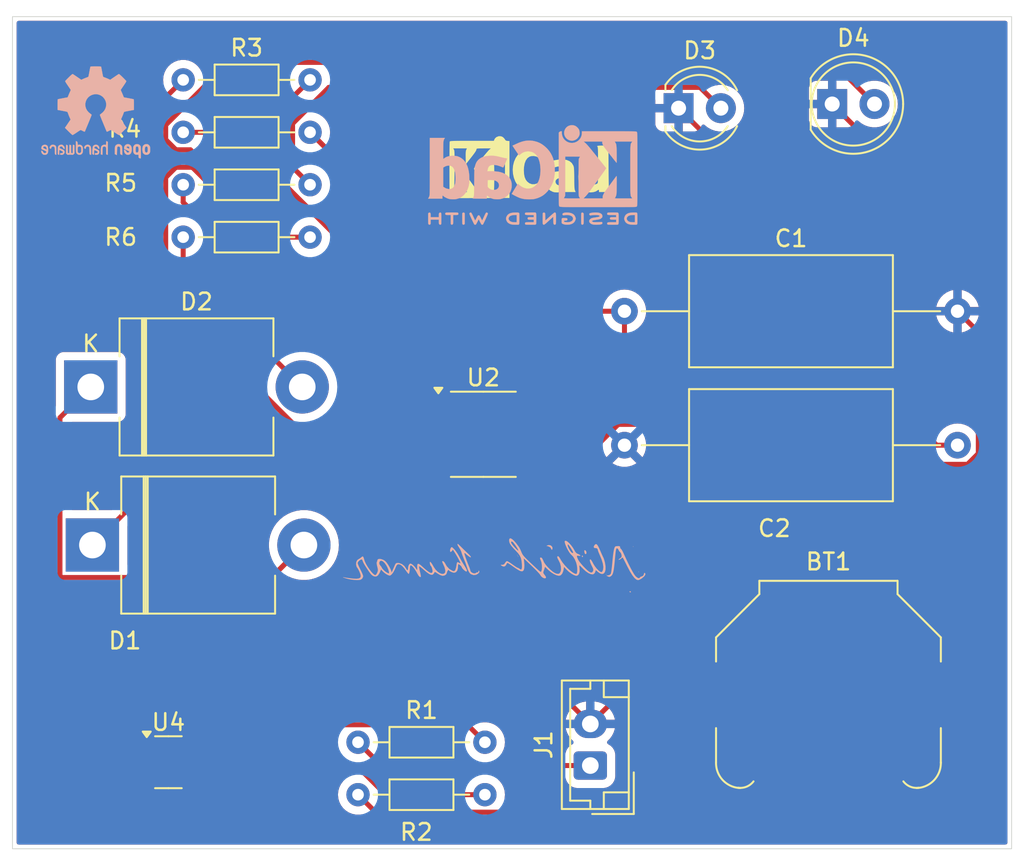
<source format=kicad_pcb>
(kicad_pcb (version 20240108) (generator "pcbnew") (generator_version "8.0")
  (title_block (title "Sample TSAL") (date "2024-07-10") (rev "V1"))
  (layers (0 "F.Cu" signal) (31 "B.Cu" signal) (34 "B.Paste" user) (35 "F.Paste" user) (36 "B.SilkS" user "B.Silkscreen") (37 "F.SilkS" user "F.Silkscreen") (38 "B.Mask" user) (39 "F.Mask" user) (44 "Edge.Cuts" user))
  (net 0 "")
  (net 1 "GND")
  (net 2 "Net-(U2-THR)")
  (net 3 "Net-(U2-CV)")
  (net 4 "Net-(D1-K)")
  (net 5 "Net-(D1-A)")
  (net 6 "Net-(D2-A)")
  (net 7 "Net-(D3-A)")
  (net 8 "Net-(D4-A)")
  (net 9 "Net-(J1-Pin_1)")
  (net 10 "Net-(U4--)")
  (net 11 "Net-(U4-+)")
  (net 12 "Net-(U2-DIS)")
  (net 13 "Net-(U2-Q)")
  (net 14 "+12V")
  (net 15 "Net-(BT1-+)")
  (footprint "LED_THT:LED_D5.0mm" (layer "F.Cu") (at 173.725 92.75)
    (property "Reference" "D4" (at 1.27 -3.96 0) (layer "F.SilkS"))
    (property "Value" "LED")
    (pad "1" thru_hole rect (at 0 0) (size 1.8 1.8) (drill 0.9) (layers "*.Cu" "*.Mask") (net 1 "GND"))
    (pad "2" thru_hole circle (at 2.54 0) (size 1.8 1.8) (drill 0.9) (layers "*.Cu" "*.Mask") (net 8 "Net-(D4-A)"))
  )
  (footprint "Resistor_THT:R_Axial_DIN0204_L3.6mm_D1.6mm_P7.62mm_Horizontal" (layer "F.Cu") (at 134.75 97.6)
    (property "Reference" "R5" (at -3.75 -0.1 0) (layer "F.SilkS"))
    (property "Value" "R")
    (pad "1" thru_hole circle (at 0 0) (size 1.4 1.4) (drill 0.7) (layers "*.Cu" "*.Mask") (net 13 "Net-(U2-Q)"))
    (pad "2" thru_hole oval (at 7.62 0) (size 1.4 1.4) (drill 0.7) (layers "*.Cu" "*.Mask") (net 7 "Net-(D3-A)"))
  )
  (footprint "LED_THT:LED_D4.0mm" (layer "F.Cu") (at 164.5 93)
    (property "Reference" "D3" (at 1.27 -3.46 0) (layer "F.SilkS"))
    (property "Value" "LED")
    (pad "1" thru_hole rect (at 0 0) (size 1.8 1.8) (drill 0.9) (layers "*.Cu" "*.Mask") (net 1 "GND"))
    (pad "2" thru_hole circle (at 2.54 0) (size 1.8 1.8) (drill 0.9) (layers "*.Cu" "*.Mask") (net 7 "Net-(D3-A)"))
  )
  (footprint "Package_TO_SOT_SMD:SOT-23-5" (layer "F.Cu") (at 133.8625 132.3)
    (property "Reference" "U4" (at 0 -2.4 0) (layer "F.SilkS"))
    (property "Value" "LM397")
    (pad "1" smd roundrect (at -1.1375 -0.95) (size 1.325 0.6) (layers "F.Cu" "F.Paste" "F.Mask") (net 10 "Net-(U4--)"))
    (pad "2" smd roundrect (at -1.1375 0) (size 1.325 0.6) (layers "F.Cu" "F.Paste" "F.Mask") (net 14 "+12V"))
    (pad "3" smd roundrect (at -1.1375 0.95) (size 1.325 0.6) (layers "F.Cu" "F.Paste" "F.Mask") (net 11 "Net-(U4-+)"))
    (pad "4" smd roundrect (at 1.1375 0.95) (size 1.325 0.6) (layers "F.Cu" "F.Paste" "F.Mask") (net 5 "Net-(D1-A)"))
    (pad "5" smd roundrect (at 1.1375 -0.95) (size 1.325 0.6) (layers "F.Cu" "F.Paste" "F.Mask") (net 14 "+12V"))
  )
  (footprint "Connector_JST:JST_EH_B2B-EH-A_1x02_P2.50mm_Vertical" (layer "F.Cu") (at 159.2 132.5 90)
    (property "Reference" "J1" (at 1.25 -2.8 90) (layer "F.SilkS"))
    (property "Value" "Conn_01x02_Socket")
    (pad "1" thru_hole roundrect (at 0 0 90) (size 1.7 2) (drill 1) (layers "*.Cu" "*.Mask") (roundrect_rratio 0.147059) (net 9 "Net-(J1-Pin_1)"))
    (pad "2" thru_hole oval (at 2.5 0 90) (size 1.7 2) (drill 1) (layers "*.Cu" "*.Mask") (net 1 "GND"))
  )
  (footprint "Resistor_THT:R_Axial_DIN0204_L3.6mm_D1.6mm_P7.62mm_Horizontal" (layer "F.Cu") (at 145.25 131.1)
    (property "Reference" "R1" (at 3.81 -1.92 0) (layer "F.SilkS"))
    (property "Value" "R")
    (pad "1" thru_hole circle (at 0 0) (size 1.4 1.4) (drill 0.7) (layers "*.Cu" "*.Mask") (net 9 "Net-(J1-Pin_1)"))
    (pad "2" thru_hole oval (at 7.62 0) (size 1.4 1.4) (drill 0.7) (layers "*.Cu" "*.Mask") (net 10 "Net-(U4--)"))
  )
  (footprint "Battery:BatteryHolder_Keystone_3000_1x12mm" (layer "F.Cu") (at 173.5 128.25)
    (property "Reference" "BT1" (at 0 -8 0) (layer "F.SilkS"))
    (property "Value" "Battery_Cell")
    (pad "1" smd rect (at -7.9 0) (size 3.5 3.3) (layers "F.Cu" "F.Paste" "F.Mask") (net 15 "Net-(BT1-+)"))
    (pad "1" smd rect (at 7.9 0) (size 3.5 3.3) (layers "F.Cu" "F.Paste" "F.Mask") (net 15 "Net-(BT1-+)"))
    (pad "2" smd circle (at 0 0) (size 10.2 10.2) (layers "F.Cu" "F.Mask") (net 1 "GND"))
  )
  (footprint "Capacitor_THT:C_Axial_L12.0mm_D6.5mm_P20.00mm_Horizontal" (layer "F.Cu") (at 161.25 113.25)
    (property "Reference" "C2" (at 9 5 0) (layer "F.SilkS"))
    (property "Value" "C")
    (pad "1" thru_hole circle (at 0 0) (size 1.6 1.6) (drill 0.8) (layers "*.Cu" "*.Mask") (net 1 "GND"))
    (pad "2" thru_hole oval (at 20 0) (size 1.6 1.6) (drill 0.8) (layers "*.Cu" "*.Mask") (net 3 "Net-(U2-CV)"))
  )
  (footprint "Resistor_THT:R_Axial_DIN0204_L3.6mm_D1.6mm_P7.62mm_Horizontal" (layer "F.Cu") (at 145.25 134.25)
    (property "Reference" "R2" (at 3.5 2.25 0) (layer "F.SilkS"))
    (property "Value" "R")
    (pad "1" thru_hole circle (at 0 0) (size 1.4 1.4) (drill 0.7) (layers "*.Cu" "*.Mask") (net 15 "Net-(BT1-+)"))
    (pad "2" thru_hole oval (at 7.62 0) (size 1.4 1.4) (drill 0.7) (layers "*.Cu" "*.Mask") (net 11 "Net-(U4-+)"))
  )
  (footprint "Resistor_THT:R_Axial_DIN0204_L3.6mm_D1.6mm_P7.62mm_Horizontal" (layer "F.Cu") (at 134.75 94.45)
    (property "Reference" "R4" (at -3.5 -0.2 0) (layer "F.SilkS"))
    (property "Value" "R")
    (pad "1" thru_hole circle (at 0 0) (size 1.4 1.4) (drill 0.7) (layers "*.Cu" "*.Mask") (net 12 "Net-(U2-DIS)"))
    (pad "2" thru_hole oval (at 7.62 0) (size 1.4 1.4) (drill 0.7) (layers "*.Cu" "*.Mask") (net 2 "Net-(U2-THR)"))
  )
  (footprint "Package_SO:SOIC-8_3.9x4.9mm_P1.27mm" (layer "F.Cu") (at 152.775 112.595)
    (property "Reference" "U2" (at 0 -3.4 0) (layer "F.SilkS"))
    (property "Value" "ICM7555xB")
    (pad "1" smd roundrect (at -2.475 -1.905) (size 1.95 0.6) (layers "F.Cu" "F.Paste" "F.Mask") (net 1 "GND"))
    (pad "2" smd roundrect (at -2.475 -0.635) (size 1.95 0.6) (layers "F.Cu" "F.Paste" "F.Mask") (net 2 "Net-(U2-THR)"))
    (pad "3" smd roundrect (at -2.475 0.635) (size 1.95 0.6) (layers "F.Cu" "F.Paste" "F.Mask") (net 13 "Net-(U2-Q)"))
    (pad "4" smd roundrect (at -2.475 1.905) (size 1.95 0.6) (layers "F.Cu" "F.Paste" "F.Mask") (net 4 "Net-(D1-K)"))
    (pad "5" smd roundrect (at 2.475 1.905) (size 1.95 0.6) (layers "F.Cu" "F.Paste" "F.Mask") (net 3 "Net-(U2-CV)"))
    (pad "6" smd roundrect (at 2.475 0.635) (size 1.95 0.6) (layers "F.Cu" "F.Paste" "F.Mask") (net 2 "Net-(U2-THR)"))
    (pad "7" smd roundrect (at 2.475 -0.635) (size 1.95 0.6) (layers "F.Cu" "F.Paste" "F.Mask") (net 12 "Net-(U2-DIS)"))
    (pad "8" smd roundrect (at 2.475 -1.905) (size 1.95 0.6) (layers "F.Cu" "F.Paste" "F.Mask") (net 4 "Net-(D1-K)"))
  )
  (footprint "LOGO" (layer "F.Cu") (at 155.5 96.5)
    (property "Reference" "G***" (hide yes))
    (property "Value" "LOGO" (hide yes))
  )
  (footprint "Resistor_THT:R_Axial_DIN0204_L3.6mm_D1.6mm_P7.62mm_Horizontal" (layer "F.Cu") (at 134.75 91.3)
    (property "Reference" "R3" (at 3.81 -1.92 0) (layer "F.SilkS"))
    (property "Value" "R")
    (pad "1" thru_hole circle (at 0 0) (size 1.4 1.4) (drill 0.7) (layers "*.Cu" "*.Mask") (net 4 "Net-(D1-K)"))
    (pad "2" thru_hole oval (at 7.62 0) (size 1.4 1.4) (drill 0.7) (layers "*.Cu" "*.Mask") (net 12 "Net-(U2-DIS)"))
  )
  (footprint "Capacitor_THT:C_Axial_L12.0mm_D6.5mm_P20.00mm_Horizontal" (layer "F.Cu") (at 161.25 105.2)
    (property "Reference" "C1" (at 10 -4.37 0) (layer "F.SilkS"))
    (property "Value" "C")
    (pad "1" thru_hole circle (at 0 0) (size 1.6 1.6) (drill 0.8) (layers "*.Cu" "*.Mask") (net 2 "Net-(U2-THR)"))
    (pad "2" thru_hole oval (at 20 0) (size 1.6 1.6) (drill 0.8) (layers "*.Cu" "*.Mask") (net 1 "GND"))
  )
  (footprint "Diode_THT:D_5KPW_P12.70mm_Horizontal" (layer "F.Cu") (at 129.3 119.25)
    (property "Reference" "D1" (at 1.95 5.75 0) (layer "F.SilkS"))
    (property "Value" "D")
    (fp_text user "K" (at 0 -2.6 0) (layer "F.SilkS"))
    (pad "1" thru_hole rect (at 0 0) (size 3.2 3.2) (drill 1.6) (layers "*.Cu" "*.Mask") (net 4 "Net-(D1-K)"))
    (pad "2" thru_hole oval (at 12.7 0) (size 3.2 3.2) (drill 1.6) (layers "*.Cu" "*.Mask") (net 5 "Net-(D1-A)"))
  )
  (footprint "Resistor_THT:R_Axial_DIN0204_L3.6mm_D1.6mm_P7.62mm_Horizontal" (layer "F.Cu") (at 134.75 100.75)
    (property "Reference" "R6" (at -3.75 0 0) (layer "F.SilkS"))
    (property "Value" "R")
    (pad "1" thru_hole circle (at 0 0) (size 1.4 1.4) (drill 0.7) (layers "*.Cu" "*.Mask") (net 6 "Net-(D2-A)"))
    (pad "2" thru_hole oval (at 7.62 0) (size 1.4 1.4) (drill 0.7) (layers "*.Cu" "*.Mask") (net 8 "Net-(D4-A)"))
  )
  (footprint "Diode_THT:D_5KPW_P12.70mm_Horizontal" (layer "F.Cu") (at 129.2 109.75)
    (property "Reference" "D2" (at 6.35 -5.12 0) (layer "F.SilkS"))
    (property "Value" "D")
    (fp_text user "K" (at 0 -2.6 0) (layer "F.SilkS"))
    (pad "1" thru_hole rect (at 0 0) (size 3.2 3.2) (drill 1.6) (layers "*.Cu" "*.Mask") (net 5 "Net-(D1-A)"))
    (pad "2" thru_hole oval (at 12.7 0) (size 3.2 3.2) (drill 1.6) (layers "*.Cu" "*.Mask") (net 6 "Net-(D2-A)"))
  )
  (footprint "Symbol:KiCad-Logo2_5mm_SilkScreen" (layer "B.Cu") (at 155.75 97 180)
    (property "Reference" "REF**" (hide yes))
    (property "Value" "KiCad-Logo2_5mm_SilkScreen" (hide yes))
  )
  (footprint "LOGO" (layer "B.Cu") (at 153.25 120.25 180)
    (property "Reference" "G***" (hide yes))
    (property "Value" "LOGO" (hide yes))
  )
  (footprint "Symbol:OSHW-Logo2_7.3x6mm_SilkScreen" (layer "B.Cu") (at 129.5 93.25 180)
    (property "Reference" "REF**" (hide yes))
    (property "Value" "OSHW-Logo2_7.3x6mm_SilkScreen" (hide yes))
  )
  (gr_rect (start 124.5 87.5) (end 184.5 137.5) (stroke (width 0.05)) (fill none) (layer "Edge.Cuts"))
  (segment (start 171.5 126.25) (end 173.5 128.25) (width 0.3) (layer "F.Cu") (net 1))
  (segment (start 159.2 130) (end 159.2 115.3) (width 0.3) (layer "F.Cu") (net 1))
  (segment (start 153.925 124.725) (end 153.925 113.675) (width 0.3) (layer "F.Cu") (net 1))
  (segment (start 176.7 105.2) (end 164.5 93) (width 0.3) (layer "F.Cu") (net 1))
  (segment (start 162.95 126.25) (end 171.5 126.25) (width 0.3) (layer "F.Cu") (net 1))
  (segment (start 181.25 105.2) (end 176.7 105.2) (width 0.3) (layer "F.Cu") (net 1))
  (segment (start 159.2 130) (end 153.925 124.725) (width 0.3) (layer "F.Cu") (net 1))
  (segment (start 181.25 105.2) (end 181.25 100.275) (width 0.3) (layer "F.Cu") (net 1))
  (segment (start 159.2 130) (end 162.95 126.25) (width 0.3) (layer "F.Cu") (net 1))
  (segment (start 161.25 113.25) (end 162.4 114.4) (width 0.3) (layer "F.Cu") (net 1))
  (segment (start 159.2 115.3) (end 161.25 113.25) (width 0.3) (layer "F.Cu") (net 1))
  (segment (start 153.925 113.675) (end 150.94 110.69) (width 0.3) (layer "F.Cu") (net 1))
  (segment (start 181.85 114.4) (end 182.5 113.75) (width 0.3) (layer "F.Cu") (net 1))
  (segment (start 162.4 114.4) (end 181.85 114.4) (width 0.3) (layer "F.Cu") (net 1))
  (segment (start 182.5 106.45) (end 181.25 105.2) (width 0.3) (layer "F.Cu") (net 1))
  (segment (start 182.5 113.75) (end 182.5 106.45) (width 0.3) (layer "F.Cu") (net 1))
  (segment (start 181.25 100.275) (end 173.725 92.75) (width 0.3) (layer "F.Cu") (net 1))
  (segment (start 150.94 110.69) (end 150.3 110.69) (width 0.3) (layer "F.Cu") (net 1))
  (segment (start 161.25 105.2) (end 153.12 105.2) (width 0.3) (layer "F.Cu") (net 2))
  (segment (start 161.25 107.93052) (end 157.96526 111.21526) (width 0.3) (layer "F.Cu") (net 2))
  (segment (start 157.96526 111.21526) (end 156.59026 112.59026) (width 0.3) (layer "F.Cu") (net 2))
  (segment (start 150.3 111.96) (end 149.883738 111.96) (width 0.3) (layer "F.Cu") (net 2))
  (segment (start 148.975 110.328738) (end 149.263738 110.04) (width 0.3) (layer "F.Cu") (net 2))
  (segment (start 151.336262 110.04) (end 154.526262 113.23) (width 0.3) (layer "F.Cu") (net 2))
  (segment (start 149.883738 111.96) (end 148.975 111.051262) (width 0.3) (layer "F.Cu") (net 2))
  (segment (start 156.59026 112.59026) (end 155.95052 113.23) (width 0.3) (layer "F.Cu") (net 2))
  (segment (start 148.975 111.051262) (end 148.975 110.328738) (width 0.3) (layer "F.Cu") (net 2))
  (segment (start 149.263738 110.04) (end 151.336262 110.04) (width 0.3) (layer "F.Cu") (net 2))
  (segment (start 157.96526 110.04526) (end 157.96526 111.21526) (width 0.3) (layer "F.Cu") (net 2))
  (segment (start 154.526262 113.23) (end 155.25 113.23) (width 0.3) (layer "F.Cu") (net 2))
  (segment (start 142.37 94.45) (end 157.96526 110.04526) (width 0.3) (layer "F.Cu") (net 2))
  (segment (start 153.12 105.2) (end 142.37 94.45) (width 0.3) (layer "F.Cu") (net 2))
  (segment (start 155.95052 113.23) (end 155.25 113.23) (width 0.3) (layer "F.Cu") (net 2))
  (segment (start 161.25 105.2) (end 161.25 107.93052) (width 0.3) (layer "F.Cu") (net 2))
  (segment (start 178.75 112) (end 180 113.25) (width 0.3) (layer "F.Cu") (net 3))
  (segment (start 158.373654 114.5) (end 160.873654 112) (width 0.3) (layer "F.Cu") (net 3))
  (segment (start 160.873654 112) (end 178.75 112) (width 0.3) (layer "F.Cu") (net 3))
  (segment (start 180 113.25) (end 181.25 113.25) (width 0.3) (layer "F.Cu") (net 3))
  (segment (start 155.25 114.5) (end 158.373654 114.5) (width 0.3) (layer "F.Cu") (net 3))
  (segment (start 134.05 114.5) (end 150.3 114.5) (width 0.3) (layer "F.Cu") (net 4))
  (segment (start 135.3 96.55) (end 148.25 109.5) (width 0.3) (layer "F.Cu") (net 4))
  (segment (start 150.3 114.5) (end 151.25 114.5) (width 0.3) (layer "F.Cu") (net 4))
  (segment (start 148.25 109.5) (end 154.06 109.5) (width 0.3) (layer "F.Cu") (net 4))
  (segment (start 129.3 119.25) (end 134.05 114.5) (width 0.3) (layer "F.Cu") (net 4))
  (segment (start 143.892283 114.5) (end 133.7 104.307717) (width 0.3) (layer "F.Cu") (net 4))
  (segment (start 133.7 97.165075) (end 134.315075 96.55) (width 0.3) (layer "F.Cu") (net 4))
  (segment (start 133.2 92.85) (end 134.75 91.3) (width 0.3) (layer "F.Cu") (net 4))
  (segment (start 133.7 104.307717) (end 133.7 97.165075) (width 0.3) (layer "F.Cu") (net 4))
  (segment (start 150.3 114.5) (end 151 114.5) (width 0.3) (layer "F.Cu") (net 4))
  (segment (start 150.3 114.5) (end 143.892283 114.5) (width 0.3) (layer "F.Cu") (net 4))
  (segment (start 154.06 109.5) (end 155.25 110.69) (width 0.3) (layer "F.Cu") (net 4))
  (segment (start 133.2 113.65) (end 133.2 92.85) (width 0.3) (layer "F.Cu") (net 4))
  (segment (start 134.315075 96.55) (end 135.3 96.55) (width 0.3) (layer "F.Cu") (net 4))
  (segment (start 155.454838 110.69) (end 155.25 110.69) (width 0.001) (layer "F.Cu") (net 4))
  (segment (start 134.05 114.5) (end 133.2 113.65) (width 0.3) (layer "F.Cu") (net 4))
  (segment (start 134.35 133.9) (end 132.001238 133.9) (width 0.3) (layer "F.Cu") (net 5))
  (segment (start 140.05 121.2) (end 127.45 121.2) (width 0.3) (layer "F.Cu") (net 5))
  (segment (start 127.35 111.6) (end 129.2 109.75) (width 0.3) (layer "F.Cu") (net 5))
  (segment (start 127.35 121.1) (end 127.35 111.6) (width 0.3) (layer "F.Cu") (net 5))
  (segment (start 132.001238 133.9) (end 131.7125 133.611262) (width 0.3) (layer "F.Cu") (net 5))
  (segment (start 131.7125 129.5375) (end 142 119.25) (width 0.3) (layer "F.Cu") (net 5))
  (segment (start 142 119.25) (end 140.05 121.2) (width 0.3) (layer "F.Cu") (net 5))
  (segment (start 127.45 121.2) (end 127.35 121.1) (width 0.3) (layer "F.Cu") (net 5))
  (segment (start 135 133.25) (end 134.35 133.9) (width 0.3) (layer "F.Cu") (net 5))
  (segment (start 131.7125 133.611262) (end 131.7125 129.5375) (width 0.3) (layer "F.Cu") (net 5))
  (segment (start 134.75 102.6) (end 134.75 100.75) (width 0.3) (layer "F.Cu") (net 6))
  (segment (start 141.9 109.75) (end 134.75 102.6) (width 0.3) (layer "F.Cu") (net 6))
  (segment (start 165.79 91.75) (end 167.04 93) (width 0.3) (layer "F.Cu") (net 7))
  (segment (start 141.32 93.93) (end 143.5 91.75) (width 0.3) (layer "F.Cu") (net 7))
  (segment (start 143.5 91.75) (end 165.79 91.75) (width 0.3) (layer "F.Cu") (net 7))
  (segment (start 141.32 96.55) (end 141.32 93.93) (width 0.3) (layer "F.Cu") (net 7))
  (segment (start 142.37 97.6) (end 141.32 96.55) (width 0.3) (layer "F.Cu") (net 7))
  (segment (start 173.765 90.25) (end 176.265 92.75) (width 0.3) (layer "F.Cu") (net 8))
  (segment (start 133.7 94.884925) (end 134.315075 95.5) (width 0.3) (layer "F.Cu") (net 8))
  (segment (start 135.184925 95.5) (end 140.434925 100.75) (width 0.3) (layer "F.Cu") (net 8))
  (segment (start 140.434925 100.75) (end 142.37 100.75) (width 0.3) (layer "F.Cu") (net 8))
  (segment (start 134.315075 95.5) (end 135.184925 95.5) (width 0.3) (layer "F.Cu") (net 8))
  (segment (start 133.7 94.015075) (end 137.465075 90.25) (width 0.3) (layer "F.Cu") (net 8))
  (segment (start 133.7 94.015075) (end 133.7 94.884925) (width 0.3) (layer "F.Cu") (net 8))
  (segment (start 137.465075 90.25) (end 173.765 90.25) (width 0.3) (layer "F.Cu") (net 8))
  (segment (start 146.65 132.5) (end 145.25 131.1) (width 0.3) (layer "F.Cu") (net 9))
  (segment (start 159.2 132.5) (end 146.65 132.5) (width 0.3) (layer "F.Cu") (net 9))
  (segment (start 151.82 130.05) (end 134.025 130.05) (width 0.3) (layer "F.Cu") (net 10))
  (segment (start 152.87 131.1) (end 151.82 130.05) (width 0.3) (layer "F.Cu") (net 10))
  (segment (start 134.025 130.05) (end 132.725 131.35) (width 0.3) (layer "F.Cu") (net 10))
  (segment (start 152.87 134.25) (end 146.915075 134.25) (width 0.3) (layer "F.Cu") (net 11))
  (segment (start 133.148762 133.25) (end 132.725 133.25) (width 0.3) (layer "F.Cu") (net 11))
  (segment (start 133.798762 132.6) (end 133.148762 133.25) (width 0.3) (layer "F.Cu") (net 11))
  (segment (start 145.265075 132.6) (end 133.798762 132.6) (width 0.3) (layer "F.Cu") (net 11))
  (segment (start 146.915075 134.25) (end 145.265075 132.6) (width 0.3) (layer "F.Cu") (net 11))
  (segment (start 144.115001 100.865001) (end 139.22 95.97) (width 0.3) (layer "F.Cu") (net 12))
  (segment (start 155.25 111.96) (end 154.275001 111.96) (width 0.3) (layer "F.Cu") (net 12))
  (segment (start 139.22 95.97) (end 139.22 94.45) (width 0.3) (layer "F.Cu") (net 12))
  (segment (start 144.115001 101.8) (end 148.046262 101.8) (width 0.3) (layer "F.Cu") (net 12))
  (segment (start 156.513414 111.96) (end 155.25 111.96) (width 0.3) (layer "F.Cu") (net 12))
  (segment (start 134.75 94.45) (end 139.22 94.45) (width 0.3) (layer "F.Cu") (net 12))
  (segment (start 148.046262 101.8) (end 156.611707 110.365445) (width 0.3) (layer "F.Cu") (net 12))
  (segment (start 156.611707 110.365445) (end 156.611707 111.861707) (width 0.3) (layer "F.Cu") (net 12))
  (segment (start 139.22 94.45) (end 142.37 91.3) (width 0.3) (layer "F.Cu") (net 12))
  (segment (start 144.115001 101.8) (end 144.115001 100.865001) (width 0.3) (layer "F.Cu") (net 12))
  (segment (start 156.611707 111.861707) (end 156.513414 111.96) (width 0.3) (layer "F.Cu") (net 12))
  (segment (start 134.75 98.654999) (end 134.75 97.6) (width 0.3) (layer "F.Cu") (net 13))
  (segment (start 150.3 113.23) (end 149.325001 113.23) (width 0.3) (layer "F.Cu") (net 13))
  (segment (start 149.325001 113.23) (end 134.75 98.654999) (width 0.3) (layer "F.Cu") (net 13))
  (segment (start 133.387501 132.3) (end 132.725 132.3) (width 0.3) (layer "F.Cu") (net 14))
  (segment (start 135 131.35) (end 134.337501 131.35) (width 0.3) (layer "F.Cu") (net 14))
  (segment (start 134.337501 131.35) (end 133.387501 132.3) (width 0.3) (layer "F.Cu") (net 14))
  (segment (start 146.3 135.3) (end 145.25 134.25) (width 0.3) (layer "F.Cu") (net 15))
  (segment (start 181.4 128.25) (end 174.35 135.3) (width 0.3) (layer "F.Cu") (net 15))
  (segment (start 181.4 128.25) (end 175.95 133.7) (width 0.3) (layer "F.Cu") (net 15))
  (segment (start 174.35 135.3) (end 146.3 135.3) (width 0.3) (layer "F.Cu") (net 15))
  (segment (start 171.05 133.7) (end 165.6 128.25) (width 0.3) (layer "F.Cu") (net 15))
  (segment (start 175.95 133.7) (end 171.05 133.7) (width 0.3) (layer "F.Cu") (net 15))
  (zone (net 1) (net_name "GND") (layers "F&B.Cu") (connect_pads (clearance 0.5)) (min_thickness 0.25) (fill yes (thermal_gap 0.5) (thermal_bridge_width 0.5))
    (polygon (pts (xy 124.25 86.75) (xy 185.25 87) (xy 185.25 138) (xy 123.75 138) (xy 124 86.5)))
  )
)
</source>
